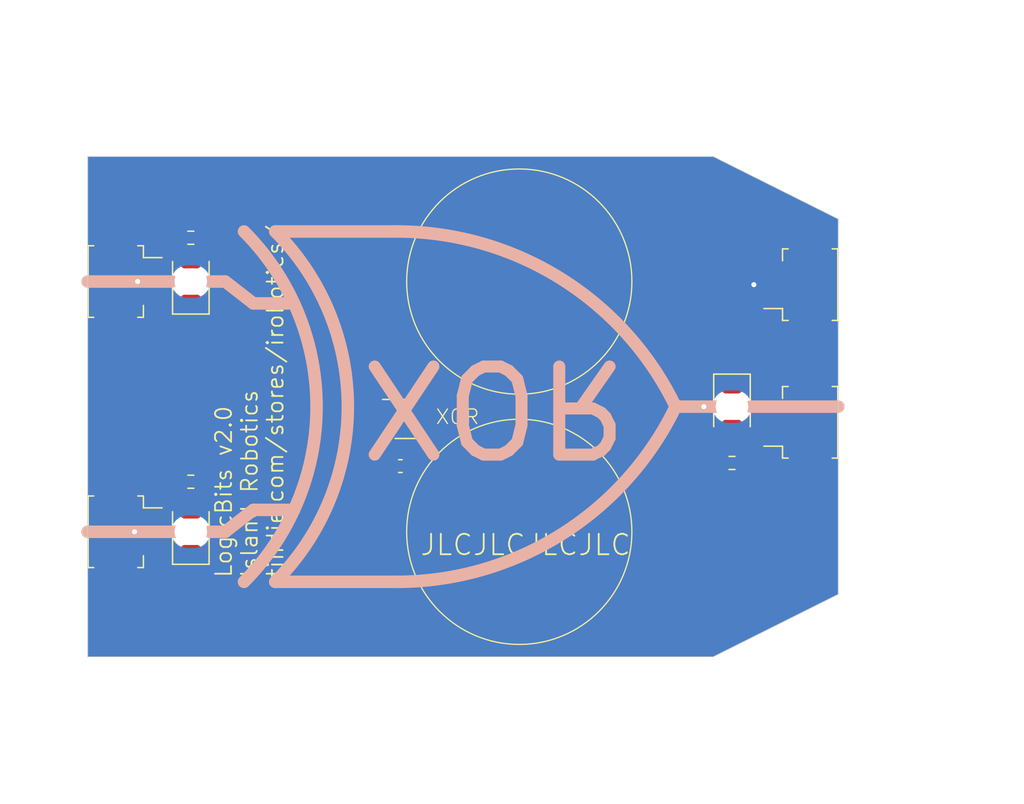
<source format=kicad_pcb>
(kicad_pcb (version 20240108) (generator "pcbnew") (generator_version "8.0")
  (layers (0 "F.Cu" signal) (31 "B.Cu" signal) (34 "B.Paste" user) (35 "F.Paste" user) (36 "B.SilkS" user "B.Silkscreen") (37 "F.SilkS" user "F.Silkscreen") (38 "B.Mask" user) (39 "F.Mask" user) (44 "Edge.Cuts" user))
  (net 0 "")
  (net 1 "GND")
  (net 2 "Net-(D1-A)")
  (net 3 "Net-(D2-A)")
  (net 4 "Net-(D3-A)")
  (net 5 "/A")
  (net 6 "/B")
  (net 7 "/Y")
  (net 8 "+5V")
  (footprint "Connector_Molex:Molex_PicoBlade_53261-0371_1x03-1MP_P1.25mm_Horizontal" (layer "F.Cu") (at 120.75 95 -90)
    (property "Reference" "J1" (hide yes))
    (property "Value" "Conn_01x03_Male" (hide yes))
    (fp_line (start -2.86 2.71) (end 2.86 2.71) (stroke (width 0.12)) (layer "F.SilkS"))
    (fp_line (start 2.86 2.71) (end 2.86 2.26) (stroke (width 0.12)) (layer "F.SilkS"))
    (fp_line (start -2.86 2.26) (end -2.86 2.71) (stroke (width 0.12)) (layer "F.SilkS"))
    (fp_line (start -2.86 -1.26) (end -2.86 -1.71) (stroke (width 0.12)) (layer "F.SilkS"))
    (fp_line (start 2.86 -1.26) (end 2.86 -1.71) (stroke (width 0.12)) (layer "F.SilkS"))
    (fp_line (start -2.86 -1.71) (end -1.91 -1.71) (stroke (width 0.12)) (layer "F.SilkS"))
    (fp_line (start -1.91 -1.71) (end -1.91 -3.2) (stroke (width 0.12)) (layer "F.SilkS"))
    (fp_line (start 2.86 -1.71) (end 1.91 -1.71) (stroke (width 0.12)) (layer "F.SilkS"))
    (pad "1" smd roundrect (at -1.25 -2.4 270) (size 0.8 1.6) (layers "F.Cu" "F.Paste" "F.Mask") (net 5 "/A"))
    (pad "2" smd roundrect (at 0 -2.4 270) (size 0.8 1.6) (layers "F.Cu" "F.Paste" "F.Mask") (net 1 "GND"))
    (pad "3" smd roundrect (at 1.25 -2.4 270) (size 0.8 1.6) (layers "F.Cu" "F.Paste" "F.Mask") (net 8 "+5V"))
    (pad "MP" smd roundrect (at -3.8 0.5 270) (size 2.1 3) (layers "F.Cu" "F.Paste" "F.Mask") (roundrect_rratio 0.1190480952))
    (pad "MP" smd roundrect (at 3.8 0.5 270) (size 2.1 3) (layers "F.Cu" "F.Paste" "F.Mask") (roundrect_rratio 0.1190480952))
  )
  (footprint "shurik-personal:LITE_ON_LTST_C230TBKT-LED_1206_3216Metric_ReverseMount" (layer "F.Cu") (at 126.25 115 90)
    (property "Reference" "D2" (hide yes))
    (property "Value" "LED" (hide yes))
    (fp_line (start 1.6 -1.46) (end -2.6 -1.46) (stroke (width 0.12)) (layer "F.SilkS"))
    (fp_line (start -2.6 -1.46) (end -2.6 1.46) (stroke (width 0.12)) (layer "F.SilkS"))
    (fp_line (start -2.6 1.46) (end 1.6 1.46) (stroke (width 0.12)) (layer "F.SilkS"))
    (pad "" np_thru_hole oval (at 0 0 90) (size 2.1 2.6) (drill oval 2.1 2.6) (layers "F&B.Cu" "*.Mask"))
    (pad "1" smd roundrect (at -1.8 0 90) (size 1.5 1.6) (layers "F.Cu" "F.Paste" "F.Mask") (roundrect_rratio 0.2) (net 1 "GND"))
    (pad "2" smd roundrect (at 1.8 0 90) (size 1.5 1.6) (layers "F.Cu" "F.Paste" "F.Mask") (roundrect_rratio 0.2) (net 3 "Net-(D2-A)"))
  )
  (footprint "Connector_Molex:Molex_PicoBlade_53261-0371_1x03-1MP_P1.25mm_Horizontal" (layer "F.Cu") (at 175.25 95.25 90)
    (property "Reference" "J4" (hide yes))
    (property "Value" "Conn_01x03_Male" (hide yes))
    (fp_line (start 2.86 -1.71) (end 1.91 -1.71) (stroke (width 0.12)) (layer "F.SilkS"))
    (fp_line (start -1.91 -1.71) (end -1.91 -3.2) (stroke (width 0.12)) (layer "F.SilkS"))
    (fp_line (start -2.86 -1.71) (end -1.91 -1.71) (stroke (width 0.12)) (layer "F.SilkS"))
    (fp_line (start 2.86 -1.26) (end 2.86 -1.71) (stroke (width 0.12)) (layer "F.SilkS"))
    (fp_line (start -2.86 -1.26) (end -2.86 -1.71) (stroke (width 0.12)) (layer "F.SilkS"))
    (fp_line (start -2.86 2.26) (end -2.86 2.71) (stroke (width 0.12)) (layer "F.SilkS"))
    (fp_line (start 2.86 2.71) (end 2.86 2.26) (stroke (width 0.12)) (layer "F.SilkS"))
    (fp_line (start -2.86 2.71) (end 2.86 2.71) (stroke (width 0.12)) (layer "F.SilkS"))
    (pad "1" smd roundrect (at -1.25 -2.4 90) (size 0.8 1.6) (layers "F.Cu" "F.Paste" "F.Mask") (net 7 "/Y"))
    (pad "2" smd roundrect (at 0 -2.4 90) (size 0.8 1.6) (layers "F.Cu" "F.Paste" "F.Mask") (net 1 "GND"))
    (pad "3" smd roundrect (at 1.25 -2.4 90) (size 0.8 1.6) (layers "F.Cu" "F.Paste" "F.Mask") (net 8 "+5V"))
    (pad "MP" smd roundrect (at -3.8 0.5 90) (size 2.1 3) (layers "F.Cu" "F.Paste" "F.Mask") (roundrect_rratio 0.1190480952))
    (pad "MP" smd roundrect (at 3.8 0.5 90) (size 2.1 3) (layers "F.Cu" "F.Paste" "F.Mask") (roundrect_rratio 0.1190480952))
  )
  (footprint "shurik-personal:LITE_ON_LTST_C230TBKT-LED_1206_3216Metric_ReverseMount" (layer "F.Cu") (at 169.5 105 -90)
    (property "Reference" "D3" (hide yes))
    (property "Value" "LED" (hide yes))
    (fp_line (start -2.6 1.46) (end 1.6 1.46) (stroke (width 0.12)) (layer "F.SilkS"))
    (fp_line (start -2.6 -1.46) (end -2.6 1.46) (stroke (width 0.12)) (layer "F.SilkS"))
    (fp_line (start 1.6 -1.46) (end -2.6 -1.46) (stroke (width 0.12)) (layer "F.SilkS"))
    (pad "" np_thru_hole oval (at 0 0 270) (size 2.1 2.6) (drill oval 2.1 2.6) (layers "F&B.Cu" "*.Mask"))
    (pad "1" smd roundrect (at -1.8 0 270) (size 1.5 1.6) (layers "F.Cu" "F.Paste" "F.Mask") (roundrect_rratio 0.2) (net 1 "GND"))
    (pad "2" smd roundrect (at 1.8 0 270) (size 1.5 1.6) (layers "F.Cu" "F.Paste" "F.Mask") (roundrect_rratio 0.2) (net 4 "Net-(D3-A)"))
  )
  (footprint "Package_TO_SOT_SMD:SOT-23-5" (layer "F.Cu") (at 143.3775 105.984)
    (property "Reference" "U1" (hide yes))
    (property "Value" "SN74LVC1G86" (hide yes))
    (fp_line (start 0 -1.56) (end -1.8 -1.56) (stroke (width 0.12)) (layer "F.SilkS"))
    (fp_line (start 0 -1.56) (end 0.8 -1.56) (stroke (width 0.12)) (layer "F.SilkS"))
    (fp_line (start 0 1.56) (end -0.8 1.56) (stroke (width 0.12)) (layer "F.SilkS"))
    (fp_line (start 0 1.56) (end 0.8 1.56) (stroke (width 0.12)) (layer "F.SilkS"))
    (pad "1" smd roundrect (at -1.1375 -0.95) (size 1.325 0.6) (layers "F.Cu" "F.Paste" "F.Mask") (net 5 "/A"))
    (pad "2" smd roundrect (at -1.1375 0) (size 1.325 0.6) (layers "F.Cu" "F.Paste" "F.Mask") (net 6 "/B"))
    (pad "3" smd roundrect (at -1.1375 0.95) (size 1.325 0.6) (layers "F.Cu" "F.Paste" "F.Mask") (net 1 "GND"))
    (pad "4" smd roundrect (at 1.1375 0.95) (size 1.325 0.6) (layers "F.Cu" "F.Paste" "F.Mask") (net 7 "/Y"))
    (pad "5" smd roundrect (at 1.1375 -0.95) (size 1.325 0.6) (layers "F.Cu" "F.Paste" "F.Mask") (net 8 "+5V"))
  )
  (footprint "shurik-personal:LITE_ON_LTST_C230TBKT-LED_1206_3216Metric_ReverseMount" (layer "F.Cu") (at 126.25 95 90)
    (property "Reference" "D1" (hide yes))
    (property "Value" "LED" (hide yes))
    (fp_line (start 1.6 -1.46) (end -2.6 -1.46) (stroke (width 0.12)) (layer "F.SilkS"))
    (fp_line (start -2.6 -1.46) (end -2.6 1.46) (stroke (width 0.12)) (layer "F.SilkS"))
    (fp_line (start -2.6 1.46) (end 1.6 1.46) (stroke (width 0.12)) (layer "F.SilkS"))
    (pad "" np_thru_hole oval (at 0 0 90) (size 2.1 2.6) (drill oval 2.1 2.6) (layers "F&B.Cu" "*.Mask"))
    (pad "1" smd roundrect (at -1.8 0 90) (size 1.5 1.6) (layers "F.Cu" "F.Paste" "F.Mask") (roundrect_rratio 0.2) (net 1 "GND"))
    (pad "2" smd roundrect (at 1.8 0 90) (size 1.5 1.6) (layers "F.Cu" "F.Paste" "F.Mask") (roundrect_rratio 0.2) (net 2 "Net-(D1-A)"))
  )
  (footprint "Resistor_SMD:R_0603_1608Metric" (layer "F.Cu") (at 169.5 109.5)
    (property "Reference" "R3" (hide yes))
    (property "Value" "330" (hide yes))
    (fp_line (start -0.237258 -0.5225) (end 0.237258 -0.5225) (stroke (width 0.12)) (layer "F.SilkS"))
    (fp_line (start -0.237258 0.5225) (end 0.237258 0.5225) (stroke (width 0.12)) (layer "F.SilkS"))
    (pad "1" smd roundrect (at -0.825 0) (size 0.8 0.95) (layers "F.Cu" "F.Paste" "F.Mask") (net 7 "/Y"))
    (pad "2" smd roundrect (at 0.825 0) (size 0.8 0.95) (layers "F.Cu" "F.Paste" "F.Mask") (net 4 "Net-(D3-A)"))
  )
  (footprint "Resistor_SMD:R_0603_1608Metric" (layer "F.Cu") (at 126.25 91.5)
    (property "Reference" "R1" (hide yes))
    (property "Value" "330" (hide yes))
    (fp_line (start -0.237258 -0.5225) (end 0.237258 -0.5225) (stroke (width 0.12)) (layer "F.SilkS"))
    (fp_line (start -0.237258 0.5225) (end 0.237258 0.5225) (stroke (width 0.12)) (layer "F.SilkS"))
    (pad "1" smd roundrect (at -0.825 0) (size 0.8 0.95) (layers "F.Cu" "F.Paste" "F.Mask") (net 5 "/A"))
    (pad "2" smd roundrect (at 0.825 0) (size 0.8 0.95) (layers "F.Cu" "F.Paste" "F.Mask") (net 2 "Net-(D1-A)"))
  )
  (footprint "Capacitor_SMD:C_0603_1608Metric" (layer "F.Cu") (at 143 109.75 180)
    (property "Reference" "C1" (hide yes))
    (property "Value" "100nF" (hide yes))
    (fp_line (start -0.14058 0.51) (end 0.14058 0.51) (stroke (width 0.12)) (layer "F.SilkS"))
    (fp_line (start -0.14058 -0.51) (end 0.14058 -0.51) (stroke (width 0.12)) (layer "F.SilkS"))
    (pad "1" smd roundrect (at -0.775 0 180) (size 0.9 0.95) (layers "F.Cu" "F.Paste" "F.Mask") (net 8 "+5V"))
    (pad "2" smd roundrect (at 0.775 0 180) (size 0.9 0.95) (layers "F.Cu" "F.Paste" "F.Mask") (net 1 "GND"))
  )
  (footprint "Connector_Molex:Molex_PicoBlade_53261-0371_1x03-1MP_P1.25mm_Horizontal" (layer "F.Cu") (at 175.25 106.25 90)
    (property "Reference" "J3" (hide yes))
    (property "Value" "Conn_01x03_Male" (hide yes))
    (fp_line (start 2.86 -1.71) (end 1.91 -1.71) (stroke (width 0.12)) (layer "F.SilkS"))
    (fp_line (start -1.91 -1.71) (end -1.91 -3.2) (stroke (width 0.12)) (layer "F.SilkS"))
    (fp_line (start -2.86 -1.71) (end -1.91 -1.71) (stroke (width 0.12)) (layer "F.SilkS"))
    (fp_line (start 2.86 -1.26) (end 2.86 -1.71) (stroke (width 0.12)) (layer "F.SilkS"))
    (fp_line (start -2.86 -1.26) (end -2.86 -1.71) (stroke (width 0.12)) (layer "F.SilkS"))
    (fp_line (start -2.86 2.26) (end -2.86 2.71) (stroke (width 0.12)) (layer "F.SilkS"))
    (fp_line (start 2.86 2.71) (end 2.86 2.26) (stroke (width 0.12)) (layer "F.SilkS"))
    (fp_line (start -2.86 2.71) (end 2.86 2.71) (stroke (width 0.12)) (layer "F.SilkS"))
    (pad "1" smd roundrect (at -1.25 -2.4 90) (size 0.8 1.6) (layers "F.Cu" "F.Paste" "F.Mask") (net 7 "/Y"))
    (pad "2" smd roundrect (at 0 -2.4 90) (size 0.8 1.6) (layers "F.Cu" "F.Paste" "F.Mask") (net 1 "GND"))
    (pad "3" smd roundrect (at 1.25 -2.4 90) (size 0.8 1.6) (layers "F.Cu" "F.Paste" "F.Mask") (net 8 "+5V"))
    (pad "MP" smd roundrect (at -3.8 0.5 90) (size 2.1 3) (layers "F.Cu" "F.Paste" "F.Mask") (roundrect_rratio 0.1190480952))
    (pad "MP" smd roundrect (at 3.8 0.5 90) (size 2.1 3) (layers "F.Cu" "F.Paste" "F.Mask") (roundrect_rratio 0.1190480952))
  )
  (footprint "Connector_Molex:Molex_PicoBlade_53261-0371_1x03-1MP_P1.25mm_Horizontal" (layer "F.Cu") (at 120.75 115 -90)
    (property "Reference" "J2" (hide yes))
    (property "Value" "Conn_01x03_Male" (hide yes))
    (fp_line (start -2.86 2.71) (end 2.86 2.71) (stroke (width 0.12)) (layer "F.SilkS"))
    (fp_line (start 2.86 2.71) (end 2.86 2.26) (stroke (width 0.12)) (layer "F.SilkS"))
    (fp_line (start -2.86 2.26) (end -2.86 2.71) (stroke (width 0.12)) (layer "F.SilkS"))
    (fp_line (start -2.86 -1.26) (end -2.86 -1.71) (stroke (width 0.12)) (layer "F.SilkS"))
    (fp_line (start 2.86 -1.26) (end 2.86 -1.71) (stroke (width 0.12)) (layer "F.SilkS"))
    (fp_line (start -2.86 -1.71) (end -1.91 -1.71) (stroke (width 0.12)) (layer "F.SilkS"))
    (fp_line (start -1.91 -1.71) (end -1.91 -3.2) (stroke (width 0.12)) (layer "F.SilkS"))
    (fp_line (start 2.86 -1.71) (end 1.91 -1.71) (stroke (width 0.12)) (layer "F.SilkS"))
    (pad "1" smd roundrect (at -1.25 -2.4 270) (size 0.8 1.6) (layers "F.Cu" "F.Paste" "F.Mask") (net 6 "/B"))
    (pad "2" smd roundrect (at 0 -2.4 270) (size 0.8 1.6) (layers "F.Cu" "F.Paste" "F.Mask") (net 1 "GND"))
    (pad "3" smd roundrect (at 1.25 -2.4 270) (size 0.8 1.6) (layers "F.Cu" "F.Paste" "F.Mask") (net 8 "+5V"))
    (pad "MP" smd roundrect (at -3.8 0.5 270) (size 2.1 3) (layers "F.Cu" "F.Paste" "F.Mask") (roundrect_rratio 0.1190480952))
    (pad "MP" smd roundrect (at 3.8 0.5 270) (size 2.1 3) (layers "F.Cu" "F.Paste" "F.Mask") (roundrect_rratio 0.1190480952))
  )
  (footprint "Resistor_SMD:R_0603_1608Metric" (layer "F.Cu") (at 126.25 111)
    (property "Reference" "R2" (hide yes))
    (property "Value" "330" (hide yes))
    (fp_line (start -0.237258 -0.5225) (end 0.237258 -0.5225) (stroke (width 0.12)) (layer "F.SilkS"))
    (fp_line (start -0.237258 0.5225) (end 0.237258 0.5225) (stroke (width 0.12)) (layer "F.SilkS"))
    (pad "1" smd roundrect (at -0.825 0) (size 0.8 0.95) (layers "F.Cu" "F.Paste" "F.Mask") (net 6 "/B"))
    (pad "2" smd roundrect (at 0.825 0) (size 0.8 0.95) (layers "F.Cu" "F.Paste" "F.Mask") (net 3 "Net-(D2-A)"))
  )
  (gr_line (start 129 115) (end 127.75 115) (stroke (width 1)) (layer "B.SilkS"))
  (gr_line (start 131.25 96.75) (end 134 96.75) (stroke (width 1)) (layer "B.SilkS"))
  (gr_arc (start 142.5 91) (mid 155.780376 94.736895) (end 165 105) (stroke (width 1)) (layer "B.SilkS"))
  (gr_arc (start 130.5 91) (mid 136.29899 105) (end 130.5 119) (stroke (width 1)) (layer "B.SilkS"))
  (gr_line (start 131.25 96.75) (end 129 95) (stroke (width 1)) (layer "B.SilkS"))
  (gr_line (start 127.75 95) (end 129 95) (stroke (width 1)) (layer "B.SilkS"))
  (gr_line (start 168.25 105) (end 165 105) (stroke (width 1)) (layer "B.SilkS"))
  (gr_line (start 118 115) (end 125 115) (stroke (width 1)) (layer "B.SilkS"))
  (gr_arc (start 165 105) (mid 155.780376 115.263105) (end 142.5 119) (stroke (width 1)) (layer "B.SilkS"))
  (gr_line (start 133 119) (end 142.5 119) (stroke (width 1)) (layer "B.SilkS"))
  (gr_line (start 129 115) (end 131.25 113.25) (stroke (width 1)) (layer "B.SilkS"))
  (gr_line (start 133 91) (end 142.5 91) (stroke (width 1)) (layer "B.SilkS"))
  (gr_arc (start 133 91) (mid 138.79899 105) (end 133 119) (stroke (width 1)) (layer "B.SilkS"))
  (gr_line (start 131.25 113.25) (end 134.5 113.25) (stroke (width 1)) (layer "B.SilkS"))
  (gr_line (start 124.75 95) (end 118 95) (stroke (width 1)) (layer "B.SilkS"))
  (gr_line (start 178 105) (end 171 105) (stroke (width 1)) (layer "B.SilkS"))
  (gr_circle (center 152.5011 115.0036) (end 161.5011 115.0036) (stroke (width 0.1)) (fill none) (layer "F.SilkS"))
  (gr_circle (center 152.5011 95.0036) (end 161.5011 95.0036) (stroke (width 0.1)) (fill none) (layer "F.SilkS"))
  (gr_line (start 168 85) (end 118 85) (stroke (width 0.05)) (layer "Edge.Cuts"))
  (gr_line (start 178 90) (end 168 85) (stroke (width 0.05)) (layer "Edge.Cuts"))
  (gr_line (start 118 125) (end 168 125) (stroke (width 0.05)) (layer "Edge.Cuts"))
  (gr_line (start 168 125) (end 178 120) (stroke (width 0.05)) (layer "Edge.Cuts"))
  (gr_line (start 118 85) (end 118 125) (stroke (width 0.05)) (layer "Edge.Cuts"))
  (gr_line (start 178 120) (end 178 90) (stroke (width 0.05)) (layer "Edge.Cuts"))
  (gr_text "XOR" (at 150.5 105 180) (layer "B.SilkS") (effects (font (size 7.04 7.04) (thickness 0.96)) (justify mirror)))
  (gr_text "JLCJLCJLCJLC" (at 144.5011 117.0036 0) (layer "F.SilkS") (effects (font (size 1.63576 1.63576) (thickness 0.14224)) (justify left bottom)))
  (gr_text "LogicBits v2.0\nIsland Robotics\ntindie.com/stores/irobotics/" (at 133.75 118.75 90) (layer "F.SilkS") (effects (font (size 1.28016 1.28016) (thickness 0.14224)) (justify left bottom)))
  (gr_text "XOR" (at 145.75 106.5 0) (layer "F.SilkS") (effects (font (size 1.1684 1.1684) (thickness 0.1016)) (justify left bottom)))
  (segment (start 126.25 96.8) (end 125.55 96.8) (width 0.3) (layer "F.Cu") (net 1))
  (segment (start 171.75 106.25) (end 171.5 106) (width 0.3) (layer "F.Cu") (net 1))
  (segment (start 123.15 95) (end 123.95007 95) (width 0.3) (layer "F.Cu") (net 1))
  (segment (start 123.15 115) (end 121.75 115) (width 0.3) (layer "F.Cu") (net 1))
  (segment (start 167.8 103.2) (end 167.25 103.75) (width 0.3) (layer "F.Cu") (net 1))
  (segment (start 171.5 106) (end 171.5 103.75) (width 0.3) (layer "F.Cu") (net 1))
  (segment (start 169.5 103.2) (end 167.8 103.2) (width 0.3) (layer "F.Cu") (net 1))
  (segment (start 170.95 103.2) (end 169.5 103.2) (width 0.3) (layer "F.Cu") (net 1))
  (segment (start 123.75 115) (end 125.55 116.8) (width 0.3) (layer "F.Cu") (net 1))
  (segment (start 167.25 103.75) (end 167.25 105) (width 0.3) (layer "F.Cu") (net 1))
  (segment (start 136.7 116.8) (end 142.25 111.25) (width 0.3) (layer "F.Cu") (net 1))
  (segment (start 142.25 111.25) (end 142.25 106.944) (width 0.3) (layer "F.Cu") (net 1))
  (segment (start 126.25 116.8) (end 136.7 116.8) (width 0.3) (layer "F.Cu") (net 1))
  (segment (start 172.85 106.25) (end 171.75 106.25) (width 0.3) (layer "F.Cu") (net 1))
  (segment (start 123.15 95) (end 122 95) (width 0.3) (layer "F.Cu") (net 1))
  (segment (start 123.95007 95) (end 125.75007 96.8) (width 0.3) (layer "F.Cu") (net 1))
  (segment (start 172.85 95.25) (end 171.25 95.25) (width 0.3) (layer "F.Cu") (net 1))
  (segment (start 125.55 116.8) (end 126.25 116.8) (width 0.3) (layer "F.Cu") (net 1))
  (segment (start 171.5 103.75) (end 170.95 103.2) (width 0.3) (layer "F.Cu") (net 1))
  (via (at 122 95) (size 0.8) (drill 0.4) (layers "F.Cu" "B.Cu") (net 1))
  (via (at 121.75 115) (size 0.8) (drill 0.4) (layers "F.Cu" "B.Cu") (net 1))
  (via (at 171.25 95.25) (size 0.8) (drill 0.4) (layers "F.Cu" "B.Cu") (net 1))
  (via (at 167.25 105) (size 0.8) (drill 0.4) (layers "F.Cu" "B.Cu") (net 1))
  (segment (start 127.075 92.375) (end 126.25 93.2) (width 0.3) (layer "F.Cu") (net 2))
  (segment (start 127.075 91.5) (end 127.075 92.375) (width 0.3) (layer "F.Cu") (net 2))
  (segment (start 127.075 111) (end 127.075 112.375) (width 0.3) (layer "F.Cu") (net 3))
  (segment (start 127.075 112.375) (end 126.25 113.2) (width 0.3) (layer "F.Cu") (net 3))
  (segment (start 169.5 106.8) (end 169.5 107.8) (width 0.3) (layer "F.Cu") (net 4))
  (segment (start 170.325 108.625) (end 170.325 109.5) (width 0.3) (layer "F.Cu") (net 4))
  (segment (start 169.5 107.8) (end 170.325 108.625) (width 0.3) (layer "F.Cu") (net 4))
  (segment (start 142.24 99.24) (end 142.24 105.034) (width 0.3) (layer "F.Cu") (net 5))
  (segment (start 126.2 89.9) (end 132.9 89.9) (width 0.3) (layer "F.Cu") (net 5))
  (segment (start 123.15 93.75) (end 123.15 93.1) (width 0.3) (layer "F.Cu") (net 5))
  (segment (start 124.75 91.5) (end 125.425 91.5) (width 0.3) (layer "F.Cu") (net 5))
  (segment (start 125.425 91.5) (end 125.425 90.675) (width 0.3) (layer "F.Cu") (net 5))
  (segment (start 125.425 90.675) (end 126.2 89.9) (width 0.3) (layer "F.Cu") (net 5))
  (segment (start 132.9 89.9) (end 142.24 99.24) (width 0.3) (layer "F.Cu") (net 5))
  (segment (start 123.15 93.1) (end 124.75 91.5) (width 0.3) (layer "F.Cu") (net 5))
  (segment (start 123.15 112.6) (end 124.75 111) (width 0.3) (layer "F.Cu") (net 6))
  (segment (start 130.266 105.984) (end 142.24 105.984) (width 0.3) (layer "F.Cu") (net 6))
  (segment (start 125.425 110.825) (end 130.266 105.984) (width 0.3) (layer "F.Cu") (net 6))
  (segment (start 124.75 111) (end 125.425 111) (width 0.3) (layer "F.Cu") (net 6))
  (segment (start 123.15 113.75) (end 123.15 112.6) (width 0.3) (layer "F.Cu") (net 6))
  (segment (start 171 110.75) (end 172.85 108.9) (width 0.3) (layer "F.Cu") (net 7))
  (segment (start 163.934 106.934) (end 163.934 102.566) (width 0.3) (layer "F.Cu") (net 7))
  (segment (start 168.75 110.75) (end 171 110.75) (width 0.3) (layer "F.Cu") (net 7))
  (segment (start 163.934 102.566) (end 170 96.5) (width 0.3) (layer "F.Cu") (net 7))
  (segment (start 163.934 106.934) (end 164 107) (width 0.3) (layer "F.Cu") (net 7))
  (segment (start 168.675 109.5) (end 168.675 110.675) (width 0.3) (layer "F.Cu") (net 7))
  (segment (start 172.85 108.9) (end 172.85 107.5) (width 0.3) (layer "F.Cu") (net 7))
  (segment (start 170 96.5) (end 172.85 96.5) (width 0.3) (layer "F.Cu") (net 7))
  (segment (start 167.75 110.75) (end 168.75 110.75) (width 0.3) (layer "F.Cu") (net 7))
  (segment (start 144.515 106.934) (end 163.934 106.934) (width 0.3) (layer "F.Cu") (net 7))
  (segment (start 168.675 110.675) (end 168.75 110.75) (width 0.3) (layer "F.Cu") (net 7))
  (segment (start 164 107) (end 167.75 110.75) (width 0.3) (layer "F.Cu") (net 7))
  (segment (start 143.4 106.149) (end 143.4 109.375) (width 0.3) (layer "F.Cu") (net 8))
  (segment (start 144.5 99.2) (end 144.5 105.019) (width 0.3) (layer "F.Cu") (net 8))
  (segment (start 136.5 119) (end 143.7 111.8) (width 0.3) (layer "F.Cu") (net 8))
  (segment (start 172.85 105) (end 174.25 105) (width 0.3) (layer "F.Cu") (net 8))
  (segment (start 143.775 111.725) (end 143.775 109.75) (width 0.3) (layer "F.Cu") (net 8))
  (segment (start 144.515 105.034) (end 143.4 106.149) (width 0.3) (layer "F.Cu") (net 8))
  (segment (start 123.25 118) (end 124.25 119) (width 0.3) (layer "F.Cu") (net 8))
  (segment (start 123.25 116.35) (end 123.25 118) (width 0.3) (layer "F.Cu") (net 8))
  (segment (start 149.7 94) (end 144.5 99.2) (width 0.3) (layer "F.Cu") (net 8))
  (segment (start 143.7 111.8) (end 143.775 111.725) (width 0.3) (layer "F.Cu") (net 8))
  (segment (start 174.75 108) (end 170.95 111.8) (width 0.3) (layer "F.Cu") (net 8))
  (segment (start 174.25 105) (end 174.75 105.5) (width 0.3) (layer "F.Cu") (net 8))
  (segment (start 124.25 119) (end 136.5 119) (width 0.3) (layer "F.Cu") (net 8))
  (segment (start 121 95.75) (end 121 94) (width 0.3) (layer "F.Cu") (net 8))
  (segment (start 174.75 105.5) (end 174.75 108) (width 0.3) (layer "F.Cu") (net 8))
  (segment (start 143.775 109.75) (end 143.4 109.375) (width 0.3) (layer "F.Cu") (net 8))
  (segment (start 172.85 94) (end 149.7 94) (width 0.3) (layer "F.Cu") (net 8))
  (segment (start 133.5 88.2) (end 144.5 99.2) (width 0.3) (layer "F.Cu") (net 8))
  (segment (start 121 94) (end 126.8 88.2) (width 0.3) (layer "F.Cu") (net 8))
  (segment (start 123.15 96.25) (end 121.5 96.25) (width 0.3) (layer "F.Cu") (net 8))
  (segment (start 121.5 96.25) (end 121 95.75) (width 0.3) (layer "F.Cu") (net 8))
  (segment (start 126.8 88.2) (end 133.5 88.2) (width 0.3) (layer "F.Cu") (net 8))
  (segment (start 170.95 111.8) (end 143.7 111.8) (width 0.3) (layer "F.Cu") (net 8))
  (zone (net 1) (net_name "GND") (layer "B.Cu") (priority 6) (connect_pads (clearance 0.000001)) (min_thickness 0.1) (fill yes (thermal_gap 0.25) (thermal_bridge_width 0.25))
    (polygon (pts (xy 192.8511 89.693227) (xy 192.8511 118.813973) (xy 183 136.75) (xy 111 135.5) (xy 114.75 80.75) (xy 170.75 72.5)))
  )
)
</source>
